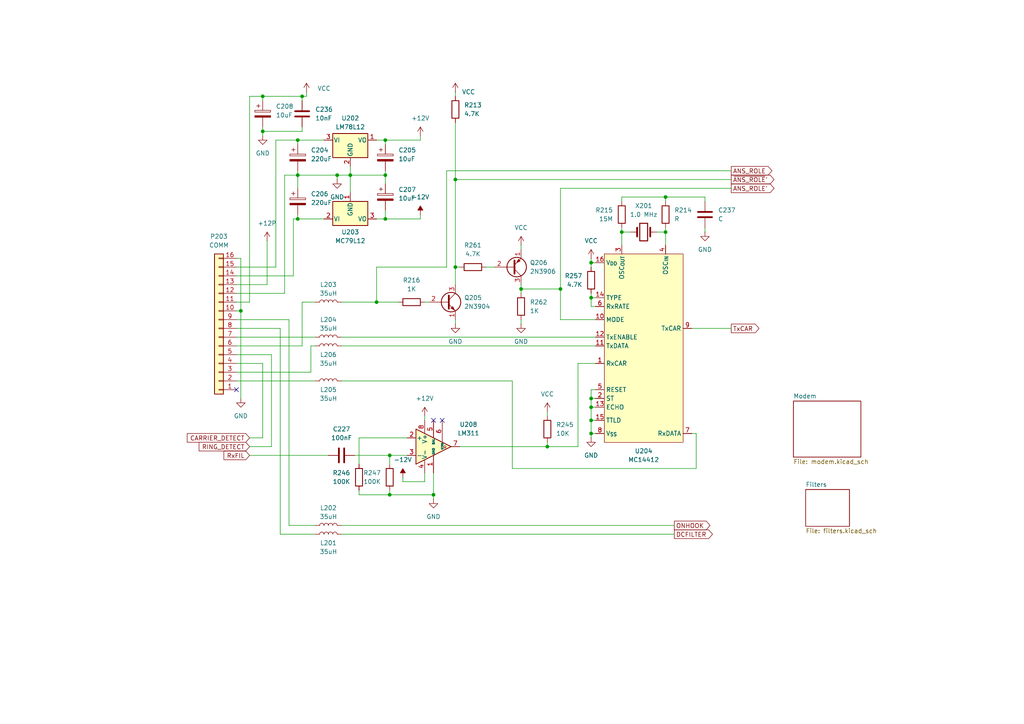
<source format=kicad_sch>
(kicad_sch (version 20250114) (generator "eeschema") (generator_version "9.0")
  (paper "A4")
  (lib_symbols
    (symbol "Comparator:LM311" (pin_names (offset 0.127))
      (property "Reference" "U" (at 3.81 6.35 0))
      (property "Value" "LM311" (at 3.81 3.81 0))
      (symbol "LM311_0_1"
        (polyline (pts (xy 3.683 -0.381) (xy 3.302 -0.381) (xy 3.683 0) (xy 3.302 0.381) (xy 2.921 0) (xy 3.302 -0.381) (xy 2.921 -0.381)) (stroke (width 0.127)))
        (polyline (pts (xy 5.08 0) (xy -5.08 5.08) (xy -5.08 -5.08) (xy 5.08 0)) (stroke (width 0.254)) (fill (type background)))
      )
      (symbol "LM311_1_1"
        (pin input line (at -7.62 2.54 0) (length 2.54) (name "+") (number "2"))
        (pin input line (at -7.62 -2.54 0) (length 2.54) (name "-") (number "3"))
        (pin power_in line (at -2.54 7.62 270) (length 3.81) (name "V+") (number "8"))
        (pin power_in line (at -2.54 -7.62 90) (length 3.81) (name "V-") (number "4"))
        (pin input line (at 0 7.62 270) (length 5.08) (name "BAL") (number "5"))
        (pin passive line (at 0 -7.62 90) (length 5.08) (name "GND") (number "1"))
        (pin input line (at 2.54 7.62 270) (length 6.35) (name "STRB") (number "6"))
        (pin open_collector line (at 7.62 0 180) (length 2.54) (name "~") (number "7"))
      )
    )
    (symbol "Connector_Generic:Conn_01x16" (pin_names (offset 1.016) (hide yes))
      (property "Reference" "J" (at 0 20.32 0))
      (property "Value" "Conn_01x16" (at 0 -22.86 0))
      (symbol "Conn_01x16_1_1"
        (rectangle (start -1.27 19.05) (end 1.27 -21.59) (stroke (width 0.254)) (fill (type background)))
        (rectangle (start -1.27 17.907) (end 0 17.653) (stroke (width 0.1524)))
        (rectangle (start -1.27 15.367) (end 0 15.113) (stroke (width 0.1524)))
        (rectangle (start -1.27 12.827) (end 0 12.573) (stroke (width 0.1524)))
        (rectangle (start -1.27 10.287) (end 0 10.033) (stroke (width 0.1524)))
        (rectangle (start -1.27 7.747) (end 0 7.493) (stroke (width 0.1524)))
        (rectangle (start -1.27 5.207) (end 0 4.953) (stroke (width 0.1524)))
        (rectangle (start -1.27 2.667) (end 0 2.413) (stroke (width 0.1524)))
        (rectangle (start -1.27 0.127) (end 0 -0.127) (stroke (width 0.1524)))
        (rectangle (start -1.27 -2.413) (end 0 -2.667) (stroke (width 0.1524)))
        (rectangle (start -1.27 -4.953) (end 0 -5.207) (stroke (width 0.1524)))
        (rectangle (start -1.27 -7.493) (end 0 -7.747) (stroke (width 0.1524)))
        (rectangle (start -1.27 -10.033) (end 0 -10.287) (stroke (width 0.1524)))
        (rectangle (start -1.27 -12.573) (end 0 -12.827) (stroke (width 0.1524)))
        (rectangle (start -1.27 -15.113) (end 0 -15.367) (stroke (width 0.1524)))
        (rectangle (start -1.27 -17.653) (end 0 -17.907) (stroke (width 0.1524)))
        (rectangle (start -1.27 -20.193) (end 0 -20.447) (stroke (width 0.1524)))
        (pin passive line (at -5.08 17.78 0) (length 3.81) (name "Pin_1") (number "1"))
        (pin passive line (at -5.08 15.24 0) (length 3.81) (name "Pin_2") (number "2"))
        (pin passive line (at -5.08 12.7 0) (length 3.81) (name "Pin_3") (number "3"))
        (pin passive line (at -5.08 10.16 0) (length 3.81) (name "Pin_4") (number "4"))
        (pin passive line (at -5.08 7.62 0) (length 3.81) (name "Pin_5") (number "5"))
        (pin passive line (at -5.08 5.08 0) (length 3.81) (name "Pin_6") (number "6"))
        (pin passive line (at -5.08 2.54 0) (length 3.81) (name "Pin_7") (number "7"))
        (pin passive line (at -5.08 0 0) (length 3.81) (name "Pin_8") (number "8"))
        (pin passive line (at -5.08 -2.54 0) (length 3.81) (name "Pin_9") (number "9"))
        (pin passive line (at -5.08 -5.08 0) (length 3.81) (name "Pin_10") (number "10"))
        (pin passive line (at -5.08 -7.62 0) (length 3.81) (name "Pin_11") (number "11"))
        (pin passive line (at -5.08 -10.16 0) (length 3.81) (name "Pin_12") (number "12"))
        (pin passive line (at -5.08 -12.7 0) (length 3.81) (name "Pin_13") (number "13"))
        (pin passive line (at -5.08 -15.24 0) (length 3.81) (name "Pin_14") (number "14"))
        (pin passive line (at -5.08 -17.78 0) (length 3.81) (name "Pin_15") (number "15"))
        (pin passive line (at -5.08 -20.32 0) (length 3.81) (name "Pin_16") (number "16"))
      )
    )
    (symbol "Device:C" (pin_numbers (hide yes)) (pin_names (offset 0.254))
      (property "Reference" "C" (at 0.635 2.54 0))
      (property "Value" "C" (at 0.635 -2.54 0))
      (symbol "C_0_1"
        (polyline (pts (xy -2.032 0.762) (xy 2.032 0.762)) (stroke (width 0.508)))
        (polyline (pts (xy -2.032 -0.762) (xy 2.032 -0.762)) (stroke (width 0.508)))
      )
      (symbol "C_1_1"
        (pin passive line (at 0 3.81 270) (length 2.794) (name "~") (number "1"))
        (pin passive line (at 0 -3.81 90) (length 2.794) (name "~") (number "2"))
      )
    )
    (symbol "Device:C_Polarized" (pin_numbers (hide yes)) (pin_names (offset 0.254))
      (property "Reference" "C" (at 0.635 2.54 0))
      (property "Value" "C_Polarized" (at 0.635 -2.54 0))
      (symbol "C_Polarized_0_1"
        (rectangle (start -2.286 0.508) (end 2.286 1.016))
        (polyline (pts (xy -1.778 2.286) (xy -0.762 2.286)))
        (polyline (pts (xy -1.27 2.794) (xy -1.27 1.778)))
        (rectangle (start 2.286 -0.508) (end -2.286 -1.016) (fill (type outline)))
      )
      (symbol "C_Polarized_1_1"
        (pin passive line (at 0 3.81 270) (length 2.794) (name "~") (number "1"))
        (pin passive line (at 0 -3.81 90) (length 2.794) (name "~") (number "2"))
      )
    )
    (symbol "Device:Crystal" (pin_numbers (hide yes)) (pin_names (offset 1.016) (hide yes))
      (property "Reference" "Y" (at 0 3.81 0))
      (property "Value" "Crystal" (at 0 -3.81 0))
      (symbol "Crystal_0_1"
        (polyline (pts (xy -2.54 0) (xy -1.905 0)))
        (polyline (pts (xy -1.905 -1.27) (xy -1.905 1.27)) (stroke (width 0.508)))
        (rectangle (start -1.143 2.54) (end 1.143 -2.54) (stroke (width 0.3048)))
        (polyline (pts (xy 1.905 -1.27) (xy 1.905 1.27)) (stroke (width 0.508)))
        (polyline (pts (xy 2.54 0) (xy 1.905 0)))
      )
      (symbol "Crystal_1_1"
        (pin passive line (at -3.81 0 0) (length 1.27) (name "1") (number "1"))
        (pin passive line (at 3.81 0 180) (length 1.27) (name "2") (number "2"))
      )
    )
    (symbol "Device:L" (pin_numbers (hide yes)) (pin_names (offset 1.016) (hide yes))
      (property "Reference" "L" (at -1.27 0 90))
      (property "Value" "L" (at 1.905 0 90))
      (symbol "L_0_1"
        (arc (start 0 2.54) (mid 0.6323 1.905) (end 0 1.27))
        (arc (start 0 1.27) (mid 0.6323 0.635) (end 0 0))
        (arc (start 0 0) (mid 0.6323 -0.635) (end 0 -1.27))
        (arc (start 0 -1.27) (mid 0.6323 -1.905) (end 0 -2.54))
      )
      (symbol "L_1_1"
        (pin passive line (at 0 3.81 270) (length 1.27) (name "1") (number "1"))
        (pin passive line (at 0 -3.81 90) (length 1.27) (name "2") (number "2"))
      )
    )
    (symbol "Device:R" (pin_numbers (hide yes)) (pin_names (offset 0))
      (property "Reference" "R" (at 2.032 0 90))
      (property "Value" "R" (at 0 0 90))
      (symbol "R_0_1"
        (rectangle (start -1.016 -2.54) (end 1.016 2.54) (stroke (width 0.254)))
      )
      (symbol "R_1_1"
        (pin passive line (at 0 3.81 270) (length 1.27) (name "~") (number "1"))
        (pin passive line (at 0 -3.81 90) (length 1.27) (name "~") (number "2"))
      )
    )
    (symbol "Regulator_Linear:L79L12_TO92" (pin_names (offset 0.254))
      (property "Reference" "U" (at -3.81 -3.175 0))
      (property "Value" "L79L12_TO92" (at 0 -3.175 0))
      (symbol "L79L12_TO92_0_1"
        (rectangle (start -5.08 5.08) (end 5.08 -1.905) (stroke (width 0.254)) (fill (type background)))
      )
      (symbol "L79L12_TO92_1_1"
        (pin power_in line (at -7.62 0 0) (length 2.54) (name "VI") (number "2"))
        (pin power_in line (at 0 7.62 270) (length 2.54) (name "GND") (number "1"))
        (pin power_out line (at 7.62 0 180) (length 2.54) (name "VO") (number "3"))
      )
    )
    (symbol "Regulator_Linear:LM78L12_TO92" (pin_names (offset 0.254))
      (property "Reference" "U" (at -3.81 3.175 0))
      (property "Value" "LM78L12_TO92" (at 0 3.175 0))
      (symbol "LM78L12_TO92_0_1"
        (rectangle (start -5.08 -5.08) (end 5.08 1.905) (stroke (width 0.254)) (fill (type background)))
      )
      (symbol "LM78L12_TO92_1_1"
        (pin power_in line (at -7.62 0 0) (length 2.54) (name "VI") (number "3"))
        (pin power_in line (at 0 -7.62 90) (length 2.54) (name "GND") (number "2"))
        (pin power_out line (at 7.62 0 180) (length 2.54) (name "VO") (number "1"))
      )
    )
    (symbol "Transistor_BJT:2N3904" (pin_names (offset 0) (hide yes))
      (property "Reference" "Q" (at 5.08 1.905 0))
      (property "Value" "2N3904" (at 5.08 0 0))
      (symbol "2N3904_0_1"
        (polyline (pts (xy -2.54 0) (xy 0.635 0)))
        (polyline (pts (xy 0.635 1.905) (xy 0.635 -1.905)) (stroke (width 0.508)))
        (circle (center 1.27 0) (radius 2.8194) (stroke (width 0.254)))
      )
      (symbol "2N3904_1_1"
        (polyline (pts (xy 0.635 0.635) (xy 2.54 2.54)))
        (polyline (pts (xy 0.635 -0.635) (xy 2.54 -2.54)))
        (polyline (pts (xy 1.27 -1.778) (xy 1.778 -1.27) (xy 2.286 -2.286) (xy 1.27 -1.778)) (fill (type outline)))
        (pin input line (at -5.08 0 0) (length 2.54) (name "B") (number "2"))
        (pin passive line (at 2.54 5.08 270) (length 2.54) (name "C") (number "3"))
        (pin passive line (at 2.54 -5.08 90) (length 2.54) (name "E") (number "1"))
      )
    )
    (symbol "Transistor_BJT:2N3906" (pin_names (offset 0) (hide yes))
      (property "Reference" "Q" (at 5.08 1.905 0))
      (property "Value" "2N3906" (at 5.08 0 0))
      (symbol "2N3906_0_1"
        (polyline (pts (xy -2.54 0) (xy 0.635 0)))
        (polyline (pts (xy 0.635 1.905) (xy 0.635 -1.905)) (stroke (width 0.508)))
        (polyline (pts (xy 0.635 0.635) (xy 2.54 2.54)))
        (polyline (pts (xy 0.635 -0.635) (xy 2.54 -2.54)))
        (circle (center 1.27 0) (radius 2.8194) (stroke (width 0.254)))
        (polyline (pts (xy 2.286 -1.778) (xy 1.778 -2.286) (xy 1.27 -1.27) (xy 2.286 -1.778)) (fill (type outline)))
      )
      (symbol "2N3906_1_1"
        (pin input line (at -5.08 0 0) (length 2.54) (name "B") (number "2"))
        (pin passive line (at 2.54 5.08 270) (length 2.54) (name "C") (number "3"))
        (pin passive line (at 2.54 -5.08 90) (length 2.54) (name "E") (number "1"))
      )
    )
    (symbol "ZT1:MC14412"
      (property "Reference" "U" (at 9.652 18.034 0))
      (symbol "MC14412_1_1"
        (rectangle (start -11.43 16.51) (end 11.43 -38.1) (fill (type background)))
        (pin power_in line (at -13.97 13.97 0) (length 2.54) (name "V_{DD}") (number "16"))
        (pin input line (at -13.97 3.81 0) (length 2.54) (name "TYPE") (number "14"))
        (pin input line (at -13.97 1.27 0) (length 2.54) (name "RxRATE") (number "6"))
        (pin input line (at -13.97 -2.54 0) (length 2.54) (name "MODE") (number "10"))
        (pin input line (at -13.97 -7.62 0) (length 2.54) (name "TxENABLE") (number "12"))
        (pin input line (at -13.97 -10.16 0) (length 2.54) (name "TxDATA") (number "11"))
        (pin input line (at -13.97 -15.24 0) (length 2.54) (name "RxCAR") (number "1"))
        (pin input line (at -13.97 -22.86 0) (length 2.54) (name "RESET") (number "5"))
        (pin input line (at -13.97 -25.4 0) (length 2.54) (name "ST") (number "2"))
        (pin input line (at -13.97 -27.94 0) (length 2.54) (name "ECHO") (number "13"))
        (pin input line (at -13.97 -31.75 0) (length 2.54) (name "TTLD") (number "15"))
        (pin power_in line (at -13.97 -35.56 0) (length 2.54) (name "V_{SS}") (number "8"))
        (pin passive line (at -6.35 19.05 270) (length 2.54) (name "OSC_{OUT}") (number "3"))
        (pin passive line (at 6.35 19.05 270) (length 2.54) (name "OSC_{IN}") (number "4"))
        (pin output line (at 13.97 -5.08 180) (length 2.54) (name "TxCAR") (number "9"))
        (pin output line (at 13.97 -35.56 180) (length 2.54) (name "RxDATA") (number "7"))
      )
    )
    (symbol "power:+12P" (power) (pin_numbers (hide yes)) (pin_names (offset 0) (hide yes))
      (property "Value" "+12P" (at 0 3.556 0))
      (symbol "+12P_0_1"
        (polyline (pts (xy -0.762 1.27) (xy 0 2.54)))
        (polyline (pts (xy 0 2.54) (xy 0.762 1.27)))
        (polyline (pts (xy 0 0) (xy 0 2.54)))
      )
      (symbol "+12P_1_1"
        (pin power_in line (at 0 0 90) (length 0) (name "~") (number "1"))
      )
    )
    (symbol "power:+12V" (power) (pin_numbers (hide yes)) (pin_names (offset 0) (hide yes))
      (property "Value" "+12V" (at 0 3.556 0))
      (symbol "+12V_0_1"
        (polyline (pts (xy -0.762 1.27) (xy 0 2.54)))
        (polyline (pts (xy 0 2.54) (xy 0.762 1.27)))
        (polyline (pts (xy 0 0) (xy 0 2.54)))
      )
      (symbol "+12V_1_1"
        (pin power_in line (at 0 0 90) (length 0) (name "~") (number "1"))
      )
    )
    (symbol "power:-12V" (power) (pin_numbers (hide yes)) (pin_names (offset 0) (hide yes))
      (property "Value" "-12V" (at 0 3.556 0))
      (symbol "-12V_0_0"
        (pin power_in line (at 0 0 90) (length 0) (name "~") (number "1"))
      )
      (symbol "-12V_0_1"
        (polyline (pts (xy 0 0) (xy 0 1.27) (xy 0.762 1.27) (xy 0 2.54) (xy -0.762 1.27) (xy 0 1.27)) (fill (type outline)))
      )
    )
    (symbol "power:GND" (power) (pin_numbers (hide yes)) (pin_names (offset 0) (hide yes))
      (property "Value" "GND" (at 0 -3.81 0))
      (symbol "GND_0_1"
        (polyline (pts (xy 0 0) (xy 0 -1.27) (xy 1.27 -1.27) (xy 0 -2.54) (xy -1.27 -1.27) (xy 0 -1.27)))
      )
      (symbol "GND_1_1"
        (pin power_in line (at 0 0 270) (length 0) (name "~") (number "1"))
      )
    )
    (symbol "power:VCC" (power) (pin_numbers (hide yes)) (pin_names (offset 0) (hide yes))
      (property "Value" "VCC" (at 0 3.556 0))
      (symbol "VCC_0_1"
        (polyline (pts (xy -0.762 1.27) (xy 0 2.54)))
        (polyline (pts (xy 0 2.54) (xy 0.762 1.27)))
        (polyline (pts (xy 0 0) (xy 0 2.54)))
      )
      (symbol "VCC_1_1"
        (pin power_in line (at 0 0 90) (length 0) (name "~") (number "1"))
      )
    )
  )
  (junction (at 111.76 40.64))
  (junction (at 151.13 83.82))
  (junction (at 76.2 27.94))
  (junction (at 111.76 50.8))
  (junction (at 86.36 63.5))
  (junction (at 171.45 115.57))
  (junction (at 193.04 67.31))
  (junction (at 113.03 132.08))
  (junction (at 86.36 40.64))
  (junction (at 171.45 121.92))
  (junction (at 162.56 83.82))
  (junction (at 180.34 67.31))
  (junction (at 171.45 118.11))
  (junction (at 111.76 63.5))
  (junction (at 113.03 143.51))
  (junction (at 171.45 125.73))
  (junction (at 132.08 52.07))
  (junction (at 109.22 87.63))
  (junction (at 193.04 57.15))
  (junction (at 97.79 50.8))
  (junction (at 86.36 50.8))
  (junction (at 171.45 76.2))
  (junction (at 101.6 50.8))
  (junction (at 76.2 38.1))
  (junction (at 87.63 27.94))
  (junction (at 132.08 77.47))
  (junction (at 171.45 86.36))
  (junction (at 69.85 90.17))
  (junction (at 125.73 143.51))
  (junction (at 158.75 129.54))
  (no_connect (at 68.58 113.03))
  (no_connect (at 125.73 121.92))
  (no_connect (at 128.27 121.92))
  (wire (pts (xy 87.63 100.33) (xy 87.63 87.63)))
  (wire (pts (xy 109.22 40.64) (xy 111.76 40.64)))
  (wire (pts (xy 87.63 87.63) (xy 91.44 87.63)))
  (wire (pts (xy 151.13 82.55) (xy 151.13 83.82)))
  (wire (pts (xy 81.28 154.94) (xy 91.44 154.94)))
  (wire (pts (xy 86.36 50.8) (xy 86.36 54.61)))
  (wire (pts (xy 171.45 86.36) (xy 172.72 86.36)))
  (wire (pts (xy 162.56 54.61) (xy 162.56 83.82)))
  (wire (pts (xy 171.45 115.57) (xy 171.45 118.11)))
  (wire (pts (xy 68.58 102.87) (xy 78.74 102.87)))
  (wire (pts (xy 69.85 74.93) (xy 68.58 74.93)))
  (wire (pts (xy 200.66 125.73) (xy 201.93 125.73)))
  (wire (pts (xy 133.35 129.54) (xy 158.75 129.54)))
  (wire (pts (xy 171.45 85.09) (xy 171.45 86.36)))
  (wire (pts (xy 86.36 41.91) (xy 86.36 40.64)))
  (wire (pts (xy 78.74 129.54) (xy 78.74 102.87)))
  (wire (pts (xy 116.84 138.43) (xy 116.84 139.7)))
  (wire (pts (xy 113.03 143.51) (xy 125.73 143.51)))
  (wire (pts (xy 81.28 154.94) (xy 81.28 95.25)))
  (wire (pts (xy 72.39 132.08) (xy 95.25 132.08)))
  (wire (pts (xy 171.45 115.57) (xy 172.72 115.57)))
  (wire (pts (xy 87.63 27.94) (xy 76.2 27.94)))
  (wire (pts (xy 68.58 87.63) (xy 72.39 87.63)))
  (wire (pts (xy 82.55 50.8) (xy 86.36 50.8)))
  (wire (pts (xy 204.47 66.04) (xy 204.47 67.31)))
  (wire (pts (xy 132.08 92.71) (xy 132.08 93.98)))
  (wire (pts (xy 86.36 62.23) (xy 86.36 63.5)))
  (wire (pts (xy 69.85 90.17) (xy 69.85 74.93)))
  (wire (pts (xy 76.2 27.94) (xy 76.2 29.21)))
  (wire (pts (xy 180.34 58.42) (xy 180.34 57.15)))
  (wire (pts (xy 200.66 95.25) (xy 212.09 95.25)))
  (wire (pts (xy 68.58 100.33) (xy 87.63 100.33)))
  (wire (pts (xy 133.35 77.47) (xy 132.08 77.47)))
  (wire (pts (xy 86.36 63.5) (xy 93.98 63.5)))
  (wire (pts (xy 97.79 52.07) (xy 97.79 50.8)))
  (wire (pts (xy 72.39 27.94) (xy 72.39 87.63)))
  (wire (pts (xy 212.09 52.07) (xy 132.08 52.07)))
  (wire (pts (xy 68.58 80.01) (xy 85.09 80.01)))
  (wire (pts (xy 76.2 105.41) (xy 76.2 127)))
  (wire (pts (xy 171.45 76.2) (xy 171.45 77.47)))
  (wire (pts (xy 167.64 129.54) (xy 167.64 105.41)))
  (wire (pts (xy 171.45 86.36) (xy 171.45 88.9)))
  (wire (pts (xy 201.93 135.89) (xy 201.93 125.73)))
  (wire (pts (xy 162.56 83.82) (xy 162.56 92.71)))
  (wire (pts (xy 82.55 85.09) (xy 68.58 85.09)))
  (wire (pts (xy 132.08 35.56) (xy 132.08 52.07)))
  (wire (pts (xy 109.22 63.5) (xy 111.76 63.5)))
  (wire (pts (xy 129.54 49.53) (xy 212.09 49.53)))
  (wire (pts (xy 111.76 63.5) (xy 121.92 63.5)))
  (wire (pts (xy 76.2 38.1) (xy 76.2 39.37)))
  (wire (pts (xy 193.04 71.12) (xy 193.04 67.31)))
  (wire (pts (xy 132.08 77.47) (xy 132.08 82.55)))
  (wire (pts (xy 171.45 113.03) (xy 171.45 115.57)))
  (wire (pts (xy 158.75 119.38) (xy 158.75 120.65)))
  (wire (pts (xy 99.06 154.94) (xy 195.58 154.94)))
  (wire (pts (xy 182.88 67.31) (xy 180.34 67.31)))
  (wire (pts (xy 111.76 50.8) (xy 111.76 49.53)))
  (wire (pts (xy 193.04 57.15) (xy 204.47 57.15)))
  (wire (pts (xy 167.64 129.54) (xy 158.75 129.54)))
  (wire (pts (xy 140.97 77.47) (xy 143.51 77.47)))
  (wire (pts (xy 102.87 132.08) (xy 113.03 132.08)))
  (wire (pts (xy 111.76 60.96) (xy 111.76 63.5)))
  (wire (pts (xy 171.45 113.03) (xy 172.72 113.03)))
  (wire (pts (xy 99.06 152.4) (xy 195.58 152.4)))
  (wire (pts (xy 88.9 26.67) (xy 88.9 27.94)))
  (wire (pts (xy 99.06 100.33) (xy 172.72 100.33)))
  (wire (pts (xy 171.45 74.93) (xy 171.45 76.2)))
  (wire (pts (xy 125.73 143.51) (xy 125.73 144.78)))
  (wire (pts (xy 171.45 118.11) (xy 171.45 121.92)))
  (wire (pts (xy 111.76 50.8) (xy 111.76 53.34)))
  (wire (pts (xy 129.54 77.47) (xy 129.54 49.53)))
  (wire (pts (xy 76.2 38.1) (xy 76.2 36.83)))
  (wire (pts (xy 171.45 125.73) (xy 171.45 127)))
  (wire (pts (xy 80.01 40.64) (xy 86.36 40.64)))
  (wire (pts (xy 86.36 40.64) (xy 93.98 40.64)))
  (wire (pts (xy 83.82 152.4) (xy 91.44 152.4)))
  (wire (pts (xy 148.59 135.89) (xy 201.93 135.89)))
  (wire (pts (xy 132.08 52.07) (xy 132.08 77.47)))
  (wire (pts (xy 68.58 105.41) (xy 76.2 105.41)))
  (wire (pts (xy 121.92 40.64) (xy 121.92 39.37)))
  (wire (pts (xy 90.17 107.95) (xy 90.17 100.33)))
  (wire (pts (xy 151.13 83.82) (xy 162.56 83.82)))
  (wire (pts (xy 123.19 87.63) (xy 124.46 87.63)))
  (wire (pts (xy 171.45 125.73) (xy 172.72 125.73)))
  (wire (pts (xy 116.84 139.7) (xy 123.19 139.7)))
  (wire (pts (xy 123.19 137.16) (xy 123.19 139.7)))
  (wire (pts (xy 80.01 77.47) (xy 68.58 77.47)))
  (wire (pts (xy 87.63 38.1) (xy 76.2 38.1)))
  (wire (pts (xy 99.06 97.79) (xy 172.72 97.79)))
  (wire (pts (xy 90.17 100.33) (xy 91.44 100.33)))
  (wire (pts (xy 68.58 82.55) (xy 77.47 82.55)))
  (wire (pts (xy 151.13 71.12) (xy 151.13 72.39)))
  (wire (pts (xy 86.36 49.53) (xy 86.36 50.8)))
  (wire (pts (xy 193.04 57.15) (xy 193.04 58.42)))
  (wire (pts (xy 97.79 50.8) (xy 86.36 50.8)))
  (wire (pts (xy 151.13 92.71) (xy 151.13 93.98)))
  (wire (pts (xy 180.34 57.15) (xy 193.04 57.15)))
  (wire (pts (xy 125.73 137.16) (xy 125.73 143.51)))
  (wire (pts (xy 97.79 50.8) (xy 101.6 50.8)))
  (wire (pts (xy 81.28 95.25) (xy 68.58 95.25)))
  (wire (pts (xy 180.34 66.04) (xy 180.34 67.31)))
  (wire (pts (xy 162.56 92.71) (xy 172.72 92.71)))
  (wire (pts (xy 68.58 90.17) (xy 69.85 90.17)))
  (wire (pts (xy 193.04 67.31) (xy 190.5 67.31)))
  (wire (pts (xy 171.45 121.92) (xy 172.72 121.92)))
  (wire (pts (xy 68.58 97.79) (xy 91.44 97.79)))
  (wire (pts (xy 72.39 127) (xy 76.2 127)))
  (wire (pts (xy 104.14 143.51) (xy 113.03 143.51)))
  (wire (pts (xy 69.85 90.17) (xy 69.85 115.57)))
  (wire (pts (xy 123.19 120.65) (xy 123.19 121.92)))
  (wire (pts (xy 204.47 57.15) (xy 204.47 58.42)))
  (wire (pts (xy 99.06 110.49) (xy 148.59 110.49)))
  (wire (pts (xy 87.63 27.94) (xy 88.9 27.94)))
  (wire (pts (xy 83.82 152.4) (xy 83.82 92.71)))
  (wire (pts (xy 68.58 110.49) (xy 91.44 110.49)))
  (wire (pts (xy 101.6 48.26) (xy 101.6 50.8)))
  (wire (pts (xy 113.03 132.08) (xy 118.11 132.08)))
  (wire (pts (xy 167.64 105.41) (xy 172.72 105.41)))
  (wire (pts (xy 83.82 92.71) (xy 68.58 92.71)))
  (wire (pts (xy 109.22 77.47) (xy 129.54 77.47)))
  (wire (pts (xy 101.6 50.8) (xy 101.6 55.88)))
  (wire (pts (xy 87.63 29.21) (xy 87.63 27.94)))
  (wire (pts (xy 113.03 134.62) (xy 113.03 132.08)))
  (wire (pts (xy 109.22 87.63) (xy 109.22 77.47)))
  (wire (pts (xy 80.01 40.64) (xy 80.01 77.47)))
  (wire (pts (xy 132.08 26.67) (xy 132.08 27.94)))
  (wire (pts (xy 72.39 27.94) (xy 76.2 27.94)))
  (wire (pts (xy 171.45 76.2) (xy 172.72 76.2)))
  (wire (pts (xy 86.36 63.5) (xy 85.09 63.5)))
  (wire (pts (xy 77.47 69.85) (xy 77.47 82.55)))
  (wire (pts (xy 104.14 134.62) (xy 104.14 127)))
  (wire (pts (xy 85.09 63.5) (xy 85.09 80.01)))
  (wire (pts (xy 121.92 62.23) (xy 121.92 63.5)))
  (wire (pts (xy 148.59 110.49) (xy 148.59 135.89)))
  (wire (pts (xy 151.13 83.82) (xy 151.13 85.09)))
  (wire (pts (xy 121.92 40.64) (xy 111.76 40.64)))
  (wire (pts (xy 104.14 142.24) (xy 104.14 143.51)))
  (wire (pts (xy 193.04 66.04) (xy 193.04 67.31)))
  (wire (pts (xy 111.76 40.64) (xy 111.76 41.91)))
  (wire (pts (xy 162.56 54.61) (xy 212.09 54.61)))
  (wire (pts (xy 101.6 50.8) (xy 111.76 50.8)))
  (wire (pts (xy 171.45 88.9) (xy 172.72 88.9)))
  (wire (pts (xy 68.58 107.95) (xy 90.17 107.95)))
  (wire (pts (xy 109.22 87.63) (xy 115.57 87.63)))
  (wire (pts (xy 171.45 118.11) (xy 172.72 118.11)))
  (wire (pts (xy 99.06 87.63) (xy 109.22 87.63)))
  (wire (pts (xy 171.45 121.92) (xy 171.45 125.73)))
  (wire (pts (xy 72.39 129.54) (xy 78.74 129.54)))
  (wire (pts (xy 113.03 143.51) (xy 113.03 142.24)))
  (wire (pts (xy 180.34 67.31) (xy 180.34 71.12)))
  (wire (pts (xy 104.14 127) (xy 118.11 127)))
  (wire (pts (xy 82.55 50.8) (xy 82.55 85.09)))
  (wire (pts (xy 87.63 36.83) (xy 87.63 38.1)))
  (wire (pts (xy 158.75 128.27) (xy 158.75 129.54)))
  (global_label "ANS_ROLE" (shape output) (at 212.09 49.53 0) (property "Intersheetrefs" "${INTERSHEET_REFS}" (effects (hide yes))))
  (global_label "DCFILTER" (shape output) (at 195.58 154.94 0) (property "Intersheetrefs" "${INTERSHEET_REFS}" (effects (hide yes))))
  (global_label "RxFIL" (shape input) (at 72.39 132.08 180) (property "Intersheetrefs" "${INTERSHEET_REFS}" (effects (hide yes))))
  (global_label "ONHOOK" (shape output) (at 195.58 152.4 0) (property "Intersheetrefs" "${INTERSHEET_REFS}" (effects (hide yes))))
  (global_label "ANS_ROLE'" (shape output) (at 212.09 54.61 0) (property "Intersheetrefs" "${INTERSHEET_REFS}" (effects (hide yes))))
  (global_label "TxCAR" (shape output) (at 212.09 95.25 0) (property "Intersheetrefs" "${INTERSHEET_REFS}" (effects (hide yes))))
  (global_label "CARRIER_DETECT" (shape input) (at 72.39 127 180) (property "Intersheetrefs" "${INTERSHEET_REFS}" (effects (hide yes))))
  (global_label "~{ANS_ROLE}'" (shape output) (at 212.09 52.07 0) (property "Intersheetrefs" "${INTERSHEET_REFS}" (effects (hide yes))))
  (global_label "RING_DETECT" (shape input) (at 72.39 129.54 180) (property "Intersheetrefs" "${INTERSHEET_REFS}" (effects (hide yes))))
  (symbol (lib_id "Connector_Generic:Conn_01x16") (at 63.5 95.25 180) (unit 1)
    (property "Reference" "P203" (at 63.5 68.58 0))
    (property "Value" "COMM" (at 63.5 71.12 0))
    (property "Footprint" "Connector_PinHeader_2.54mm:PinHeader_1x16_P2.54mm_Vertical" (effects (hide yes)))
  )
  (symbol (lib_id "Device:R") (at 171.45 81.28 180) (unit 1)
    (property "Reference" "R257" (at 168.91 80.0099 0) (effects (justify left)))
    (property "Value" "4.7K" (at 168.91 82.5499 0) (effects (justify left)))
    (property "Footprint" "ZT1:R" (effects (hide yes)))
  )
  (symbol (lib_id "Device:R") (at 151.13 88.9 180) (unit 1)
    (property "Reference" "R262" (at 153.67 87.6299 0) (effects (justify right)))
    (property "Value" "1K" (at 153.67 90.1699 0) (effects (justify right)))
    (property "Footprint" "ZT1:R" (effects (hide yes)))
  )
  (symbol (lib_id "power:VCC") (at 158.75 119.38 0) (unit 1)
    (property "Reference" "#PWR017" (effects (hide yes)))
    (property "Value" "VCC" (at 158.75 114.3 0))
    (property "Description" "Power symbol creates a global label with name \"VCC\"" (effects (hide yes)))
  )
  (symbol (lib_id "Device:R") (at 119.38 87.63 270) (unit 1)
    (property "Reference" "R216" (at 119.38 81.28 90))
    (property "Value" "1K" (at 119.38 83.82 90))
    (property "Footprint" "ZT1:R" (effects (hide yes)))
  )
  (symbol (lib_id "power:VCC") (at 88.9 26.67 0) (unit 1)
    (property "Reference" "#PWR015" (effects (hide yes)))
    (property "Value" "VCC" (at 93.98 25.654 0))
    (property "Description" "Power symbol creates a global label with name \"VCC\"" (effects (hide yes)))
  )
  (symbol (lib_id "Transistor_BJT:2N3906") (at 148.59 77.47 0) (mirror x) (unit 1)
    (property "Reference" "Q206" (at 153.67 76.1999 0) (effects (justify left)))
    (property "Value" "2N3906" (at 153.67 78.7399 0) (effects (justify left)))
    (property "Footprint" "Package_TO_SOT_THT:TO-92_Inline_Wide" (effects (hide yes)))
  )
  (symbol (lib_id "Comparator:LM311") (at 125.73 129.54 0) (unit 1)
    (property "Reference" "U208" (at 135.89 123.1198 0))
    (property "Value" "LM311" (at 135.89 125.6598 0))
    (property "Footprint" "Package_DIP:DIP-8_W7.62mm" (effects (hide yes)))
    (property "Datasheet" "https://www.st.com/resource/en/datasheet/lm311.pdf" (effects (hide yes)))
    (property "Description" "Voltage Comparator, DIP-8/SOIC-8" (effects (hide yes)))
  )
  (symbol (lib_id "Device:L") (at 95.25 154.94 270) (mirror x) (unit 1)
    (property "Reference" "L201" (at 95.25 157.48 90))
    (property "Value" "35uH" (at 95.25 160.02 90))
    (property "Footprint" "ZT1:L_150mil" (effects (hide yes)))
  )
  (symbol (lib_id "power:VCC") (at 151.13 71.12 0) (unit 1)
    (property "Reference" "#PWR019" (effects (hide yes)))
    (property "Value" "VCC" (at 151.13 66.04 0))
    (property "Description" "Power symbol creates a global label with name \"VCC\"" (effects (hide yes)))
  )
  (symbol (lib_id "power:+12P") (at 77.47 69.85 0) (unit 1)
    (property "Reference" "#PWR01003" (effects (hide yes)))
    (property "Value" "+12P" (at 77.47 64.77 0))
    (property "Description" "Power symbol creates a global label with name \"+12P\"" (effects (hide yes)))
  )
  (symbol (lib_id "power:GND") (at 132.08 93.98 0) (unit 1)
    (property "Reference" "#PWR024" (effects (hide yes)))
    (property "Value" "GND" (at 132.08 99.06 0))
    (property "Description" "Power symbol creates a global label with name \"GND\" , ground" (effects (hide yes)))
  )
  (symbol (lib_id "Device:R") (at 193.04 62.23 0) (unit 1)
    (property "Reference" "R214" (at 195.58 60.9599 0) (effects (justify left)))
    (property "Value" "R" (at 195.58 63.4999 0) (effects (justify left)))
    (property "Footprint" "ZT1:R" (effects (hide yes)))
  )
  (symbol (lib_id "Device:R") (at 132.08 31.75 180) (unit 1)
    (property "Reference" "R213" (at 134.62 30.4799 0) (effects (justify right)))
    (property "Value" "4.7K" (at 134.62 33.0199 0) (effects (justify right)))
    (property "Footprint" "ZT1:R" (effects (hide yes)))
  )
  (symbol (lib_id "power:GND") (at 125.73 144.78 0) (unit 1)
    (property "Reference" "#PWR027" (effects (hide yes)))
    (property "Value" "GND" (at 125.73 149.86 0))
    (property "Description" "Power symbol creates a global label with name \"GND\" , ground" (effects (hide yes)))
  )
  (symbol (lib_id "power:-12V") (at 121.92 62.23 0) (unit 1)
    (property "Reference" "#PWR010" (effects (hide yes)))
    (property "Value" "-12V" (at 121.92 57.15 0))
    (property "Description" "Power symbol creates a global label with name \"-12V\"" (effects (hide yes)))
  )
  (symbol (lib_id "Device:R") (at 158.75 124.46 180) (unit 1)
    (property "Reference" "R245" (at 161.29 123.1899 0) (effects (justify right)))
    (property "Value" "10K" (at 161.29 125.7299 0) (effects (justify right)))
    (property "Footprint" "ZT1:R" (effects (hide yes)))
  )
  (symbol (lib_id "Device:L") (at 95.25 110.49 270) (mirror x) (unit 1)
    (property "Reference" "L205" (at 95.25 113.03 90))
    (property "Value" "35uH" (at 95.25 115.57 90))
    (property "Footprint" "ZT1:L_150mil" (effects (hide yes)))
  )
  (symbol (lib_id "Device:C_Polarized") (at 111.76 45.72 0) (unit 1)
    (property "Reference" "C205" (at 115.57 43.5609 0) (effects (justify left)))
    (property "Value" "10uF" (at 115.57 46.1009 0) (effects (justify left)))
    (property "Footprint" "Capacitor_THT:CP_Radial_Tantal_D5.0mm_P2.50mm" (effects (hide yes)))
  )
  (symbol (lib_id "Device:C") (at 99.06 132.08 90) (unit 1)
    (property "Reference" "C227" (at 99.06 124.46 90))
    (property "Value" "100nF" (at 99.06 127 90))
    (property "Footprint" "ZT1:C_300mil" (effects (hide yes)))
    (property "Description" "Unpolarized capacitor" (effects (hide yes)))
  )
  (symbol (lib_id "Device:C_Polarized") (at 111.76 57.15 0) (unit 1)
    (property "Reference" "C207" (at 115.57 54.9909 0) (effects (justify left)))
    (property "Value" "10uF" (at 115.57 57.5309 0) (effects (justify left)))
    (property "Footprint" "Capacitor_THT:CP_Radial_Tantal_D5.0mm_P2.50mm" (effects (hide yes)))
  )
  (symbol (lib_id "power:GND") (at 171.45 127 0) (unit 1)
    (property "Reference" "#PWR014" (effects (hide yes)))
    (property "Value" "GND" (at 171.45 132.08 0))
    (property "Description" "Power symbol creates a global label with name \"GND\" , ground" (effects (hide yes)))
  )
  (symbol (lib_id "power:GND") (at 69.85 115.57 0) (unit 1)
    (property "Reference" "#PWR016" (effects (hide yes)))
    (property "Value" "GND" (at 69.85 120.65 0))
    (property "Description" "Power symbol creates a global label with name \"GND\" , ground" (effects (hide yes)))
  )
  (symbol (lib_id "Device:C_Polarized") (at 86.36 45.72 0) (unit 1)
    (property "Reference" "C204" (at 90.17 43.5609 0) (effects (justify left)))
    (property "Value" "220uF" (at 90.17 46.1009 0) (effects (justify left)))
    (property "Footprint" "Capacitor_THT:CP_Radial_Tantal_D9.0mm_P5.00mm" (effects (hide yes)))
  )
  (symbol (lib_id "Device:C") (at 204.47 62.23 0) (unit 1)
    (property "Reference" "C237" (at 208.28 60.9599 0) (effects (justify left)))
    (property "Value" "C" (at 208.28 63.4999 0) (effects (justify left)))
    (property "Footprint" "ZT1:C_10mm" (effects (hide yes)))
  )
  (symbol (lib_id "ZT1:MC14412") (at 186.69 90.17 0) (unit 1)
    (property "Reference" "U204" (at 186.69 130.81 0))
    (property "Value" "MC14412" (at 186.69 133.35 0))
    (property "Footprint" "Package_DIP:DIP-16_W7.62mm" (effects (hide yes)))
  )
  (symbol (lib_id "Device:R") (at 180.34 62.23 0) (unit 1)
    (property "Reference" "R215" (at 177.8 60.9599 0) (effects (justify right)))
    (property "Value" "15M" (at 177.8 63.4999 0) (effects (justify right)))
    (property "Footprint" "ZT1:R" (effects (hide yes)))
  )
  (symbol (lib_id "Regulator_Linear:L79L12_TO92") (at 101.6 63.5 0) (unit 1)
    (property "Reference" "U203" (at 101.6 67.31 0))
    (property "Value" "MC79L12" (at 101.6 69.85 0))
    (property "Footprint" "Package_TO_SOT_THT:TO-92_Inline_Wide" (effects (hide yes)))
    (property "Datasheet" "http://www.farnell.com/datasheets/1827870.pdf" (effects (hide yes)))
    (property "Description" "Negative 100mA -30V Linear Regulator, Fixed Output -5V, TO-92" (effects (hide yes)))
  )
  (symbol (lib_id "power:GND") (at 76.2 39.37 0) (unit 1)
    (property "Reference" "#PWR01013" (effects (hide yes)))
    (property "Value" "GND" (at 76.2 44.45 0))
    (property "Description" "Power symbol creates a global label with name \"GND\" , ground" (effects (hide yes)))
  )
  (symbol (lib_id "Device:C_Polarized") (at 76.2 33.02 0) (unit 1)
    (property "Reference" "C208" (at 80.01 30.8609 0) (effects (justify left)))
    (property "Value" "10uF" (at 80.01 33.4009 0) (effects (justify left)))
    (property "Footprint" "Capacitor_THT:CP_Radial_Tantal_D5.0mm_P2.50mm" (effects (hide yes)))
  )
  (symbol (lib_id "Transistor_BJT:2N3904") (at 129.54 87.63 0) (unit 1)
    (property "Reference" "Q205" (at 134.62 86.3599 0) (effects (justify left)))
    (property "Value" "2N3904" (at 134.62 88.8999 0) (effects (justify left)))
    (property "Footprint" "Package_TO_SOT_THT:TO-92_Inline_Wide" (effects (hide yes)))
  )
  (symbol (lib_id "power:+12V") (at 123.19 120.65 0) (unit 1)
    (property "Reference" "#PWR025" (effects (hide yes)))
    (property "Value" "+12V" (at 123.19 115.57 0))
    (property "Description" "Power symbol creates a global label with name \"+12V\"" (effects (hide yes)))
  )
  (symbol (lib_id "power:VCC") (at 171.45 74.93 0) (unit 1)
    (property "Reference" "#PWR018" (effects (hide yes)))
    (property "Value" "VCC" (at 171.45 69.85 0))
    (property "Description" "Power symbol creates a global label with name \"VCC\"" (effects (hide yes)))
  )
  (symbol (lib_id "Device:C_Polarized") (at 86.36 58.42 0) (unit 1)
    (property "Reference" "C206" (at 90.17 56.2609 0) (effects (justify left)))
    (property "Value" "220uF" (at 90.17 58.8009 0) (effects (justify left)))
    (property "Footprint" "Capacitor_THT:CP_Radial_Tantal_D9.0mm_P5.00mm" (effects (hide yes)))
  )
  (symbol (lib_id "power:-12V") (at 116.84 138.43 0) (unit 1)
    (property "Reference" "#PWR026" (effects (hide yes)))
    (property "Value" "-12V" (at 116.84 133.35 0))
    (property "Description" "Power symbol creates a global label with name \"-12V\"" (effects (hide yes)))
  )
  (symbol (lib_id "Device:R") (at 104.14 138.43 180) (unit 1)
    (property "Reference" "R246" (at 101.6 137.1599 0) (effects (justify left)))
    (property "Value" "100K" (at 101.6 139.6999 0) (effects (justify left)))
    (property "Footprint" "ZT1:R" (effects (hide yes)))
  )
  (symbol (lib_id "power:GND") (at 97.79 52.07 0) (unit 1)
    (property "Reference" "#PWR01001" (effects (hide yes)))
    (property "Value" "GND" (at 97.79 57.15 0))
    (property "Description" "Power symbol creates a global label with name \"GND\" , ground" (effects (hide yes)))
  )
  (symbol (lib_id "Device:L") (at 95.25 152.4 270) (mirror x) (unit 1)
    (property "Reference" "L202" (at 95.25 147.32 90))
    (property "Value" "35uH" (at 95.25 149.86 90))
    (property "Footprint" "ZT1:L_150mil" (effects (hide yes)))
  )
  (symbol (lib_id "Device:R") (at 113.03 138.43 180) (unit 1)
    (property "Reference" "R247" (at 110.49 137.1599 0) (effects (justify left)))
    (property "Value" "100K" (at 110.49 139.6999 0) (effects (justify left)))
    (property "Footprint" "ZT1:R" (effects (hide yes)))
  )
  (symbol (lib_id "power:VCC") (at 132.08 26.67 0) (unit 1)
    (property "Reference" "#PWR023" (effects (hide yes)))
    (property "Value" "VCC" (at 135.89 26.67 0))
    (property "Description" "Power symbol creates a global label with name \"VCC\"" (effects (hide yes)))
  )
  (symbol (lib_id "Device:L") (at 95.25 87.63 90) (unit 1)
    (property "Reference" "L203" (at 95.25 82.55 90))
    (property "Value" "35uH" (at 95.25 85.09 90))
    (property "Footprint" "ZT1:L_150mil" (effects (hide yes)))
  )
  (symbol (lib_id "Device:Crystal") (at 186.69 67.31 0) (unit 1)
    (property "Reference" "X201" (at 186.69 59.69 0))
    (property "Value" "1.0 MHz" (at 186.69 62.23 0))
    (property "Footprint" "Crystal:Crystal_HC33-U_Vertical" (effects (hide yes)))
  )
  (symbol (lib_id "Device:C") (at 87.63 33.02 180) (unit 1)
    (property "Reference" "C236" (at 91.44 31.7499 0) (effects (justify right)))
    (property "Value" "10nF" (at 91.44 34.2899 0) (effects (justify right)))
    (property "Footprint" "ZT1:C_10mm" (effects (hide yes)))
  )
  (symbol (lib_id "power:+12V") (at 121.92 39.37 0) (unit 1)
    (property "Reference" "#PWR08" (effects (hide yes)))
    (property "Value" "+12V" (at 121.92 34.29 0))
    (property "Description" "Power symbol creates a global label with name \"+12V\"" (effects (hide yes)))
  )
  (symbol (lib_id "power:GND") (at 204.47 67.31 0) (unit 1)
    (property "Reference" "#PWR013" (effects (hide yes)))
    (property "Value" "GND" (at 204.47 72.39 0))
    (property "Description" "Power symbol creates a global label with name \"GND\" , ground" (effects (hide yes)))
  )
  (symbol (lib_id "Device:L") (at 95.25 97.79 90) (unit 1)
    (property "Reference" "L204" (at 95.25 92.71 90))
    (property "Value" "35uH" (at 95.25 95.25 90))
    (property "Footprint" "ZT1:L_150mil" (effects (hide yes)))
  )
  (symbol (lib_id "Device:L") (at 95.25 100.33 90) (unit 1)
    (property "Reference" "L206" (at 95.25 102.87 90))
    (property "Value" "35uH" (at 95.25 105.41 90))
    (property "Footprint" "ZT1:L_150mil" (effects (hide yes)))
  )
  (symbol (lib_id "power:GND") (at 151.13 93.98 0) (unit 1)
    (property "Reference" "#PWR020" (effects (hide yes)))
    (property "Value" "GND" (at 151.13 99.06 0))
    (property "Description" "Power symbol creates a global label with name \"GND\" , ground" (effects (hide yes)))
  )
  (symbol (lib_id "Regulator_Linear:LM78L12_TO92") (at 101.6 40.64 0) (unit 1)
    (property "Reference" "U202" (at 101.6 34.29 0))
    (property "Value" "LM78L12" (at 101.6 36.83 0))
    (property "Footprint" "Package_TO_SOT_THT:TO-92_Inline_Wide" (effects (hide yes)))
    (property "Datasheet" "https://www.onsemi.com/pub/Collateral/MC78L06A-D.pdf" (effects (hide yes)))
    (property "Description" "Positive 100mA 30V Linear Regulator, Fixed Output 12V, TO-92" (effects (hide yes)))
  )
  (symbol (lib_id "Device:R") (at 137.16 77.47 270) (mirror x) (unit 1)
    (property "Reference" "R261" (at 137.16 71.12 90))
    (property "Value" "4.7K" (at 137.16 73.66 90))
    (property "Footprint" "ZT1:R" (effects (hide yes)))
  )
  (sheet (at 230.124 116.332) (size 19.558 16.256) (stroke (width 0.1524))
    (property "Sheetname" "Modem" (at 230.124 115.6204 0) (effects (justify left bottom)))
    (property "Sheetfile" "modem.kicad_sch" (at 230.124 133.1726 0) (effects (justify left top)))
  )
  (sheet (at 233.68 141.986) (size 12.7 10.668) (stroke (width 0.1524))
    (property "Sheetname" "Filters" (at 233.68 141.2744 0) (effects (justify left bottom)))
    (property "Sheetfile" "filters.kicad_sch" (at 233.68 153.2386 0) (effects (justify left top)))
  )
)
</source>
